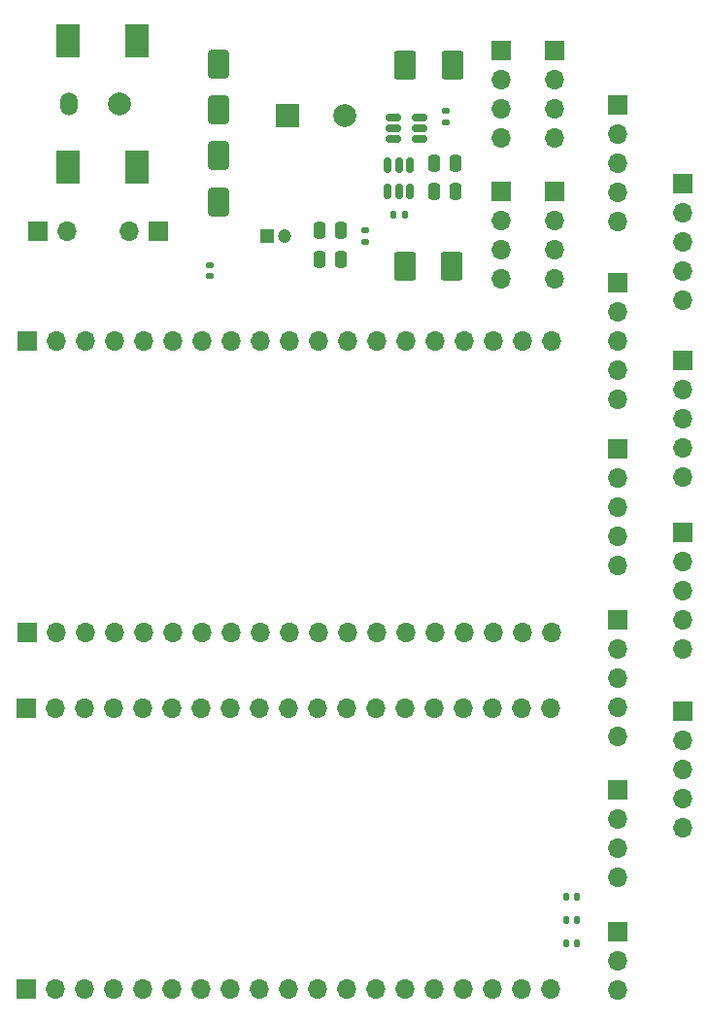
<source format=gbr>
%TF.GenerationSoftware,KiCad,Pcbnew,8.0.8*%
%TF.CreationDate,2025-02-17T20:57:00-08:00*%
%TF.ProjectId,pcbfrfr,70636266-7266-4722-9e6b-696361645f70,rev?*%
%TF.SameCoordinates,Original*%
%TF.FileFunction,Soldermask,Top*%
%TF.FilePolarity,Negative*%
%FSLAX46Y46*%
G04 Gerber Fmt 4.6, Leading zero omitted, Abs format (unit mm)*
G04 Created by KiCad (PCBNEW 8.0.8) date 2025-02-17 20:57:00*
%MOMM*%
%LPD*%
G01*
G04 APERTURE LIST*
G04 Aperture macros list*
%AMRoundRect*
0 Rectangle with rounded corners*
0 $1 Rounding radius*
0 $2 $3 $4 $5 $6 $7 $8 $9 X,Y pos of 4 corners*
0 Add a 4 corners polygon primitive as box body*
4,1,4,$2,$3,$4,$5,$6,$7,$8,$9,$2,$3,0*
0 Add four circle primitives for the rounded corners*
1,1,$1+$1,$2,$3*
1,1,$1+$1,$4,$5*
1,1,$1+$1,$6,$7*
1,1,$1+$1,$8,$9*
0 Add four rect primitives between the rounded corners*
20,1,$1+$1,$2,$3,$4,$5,0*
20,1,$1+$1,$4,$5,$6,$7,0*
20,1,$1+$1,$6,$7,$8,$9,0*
20,1,$1+$1,$8,$9,$2,$3,0*%
G04 Aperture macros list end*
%ADD10RoundRect,0.250000X-0.650000X1.000000X-0.650000X-1.000000X0.650000X-1.000000X0.650000X1.000000X0*%
%ADD11O,1.700000X1.700000*%
%ADD12R,1.700000X1.700000*%
%ADD13O,1.500000X2.000000*%
%ADD14C,2.000000*%
%ADD15R,2.000000X3.000000*%
%ADD16RoundRect,0.150000X-0.512500X-0.150000X0.512500X-0.150000X0.512500X0.150000X-0.512500X0.150000X0*%
%ADD17RoundRect,0.150000X-0.150000X0.512500X-0.150000X-0.512500X0.150000X-0.512500X0.150000X0.512500X0*%
%ADD18RoundRect,0.250000X-0.700000X-1.000000X0.700000X-1.000000X0.700000X1.000000X-0.700000X1.000000X0*%
%ADD19RoundRect,0.250000X0.700000X1.000000X-0.700000X1.000000X-0.700000X-1.000000X0.700000X-1.000000X0*%
%ADD20RoundRect,0.140000X-0.140000X-0.170000X0.140000X-0.170000X0.140000X0.170000X-0.140000X0.170000X0*%
%ADD21RoundRect,0.250000X-0.250000X-0.475000X0.250000X-0.475000X0.250000X0.475000X-0.250000X0.475000X0*%
%ADD22RoundRect,0.140000X0.170000X-0.140000X0.170000X0.140000X-0.170000X0.140000X-0.170000X-0.140000X0*%
%ADD23RoundRect,0.140000X-0.170000X0.140000X-0.170000X-0.140000X0.170000X-0.140000X0.170000X0.140000X0*%
%ADD24R,2.000000X2.000000*%
%ADD25C,1.200000*%
%ADD26R,1.200000X1.200000*%
G04 APERTURE END LIST*
D10*
%TO.C,D3*%
X142500000Y-46500000D03*
X142500000Y-50500000D03*
%TD*%
%TO.C,D1*%
X142500000Y-38500000D03*
X142500000Y-42500000D03*
%TD*%
D11*
%TO.C,J21*%
X134760000Y-53100000D03*
D12*
X137300000Y-53100000D03*
%TD*%
D11*
%TO.C,J2*%
X129300000Y-53100000D03*
D12*
X126760000Y-53100000D03*
%TD*%
D13*
%TO.C,J1*%
X129500000Y-42000000D03*
D14*
X133900000Y-42000000D03*
D15*
X129400000Y-36500000D03*
X135400000Y-36500000D03*
X135400000Y-47500000D03*
X129400000Y-47500000D03*
%TD*%
D16*
%TO.C,U2*%
X160075000Y-43150000D03*
X160075000Y-44100000D03*
X160075000Y-45050000D03*
X157800000Y-45050000D03*
X157800000Y-44100000D03*
X157800000Y-43150000D03*
%TD*%
D17*
%TO.C,U1*%
X159200000Y-49600000D03*
X158250000Y-49600000D03*
X157300000Y-49600000D03*
X157300000Y-47325000D03*
X158250000Y-47325000D03*
X159200000Y-47325000D03*
%TD*%
D18*
%TO.C,L3*%
X162850000Y-56100000D03*
X158750000Y-56100000D03*
%TD*%
D19*
%TO.C,L1*%
X158800000Y-38600000D03*
X162900000Y-38600000D03*
%TD*%
D12*
%TO.C,J20*%
X183000000Y-94880000D03*
D11*
X183000000Y-97420000D03*
X183000000Y-99960000D03*
X183000000Y-102500000D03*
X183000000Y-105040000D03*
%TD*%
D12*
%TO.C,J19*%
X183000000Y-79340000D03*
D11*
X183000000Y-81880000D03*
X183000000Y-84420000D03*
X183000000Y-86960000D03*
X183000000Y-89500000D03*
%TD*%
D12*
%TO.C,J18*%
X183000000Y-64340000D03*
D11*
X183000000Y-66880000D03*
X183000000Y-69420000D03*
X183000000Y-71960000D03*
X183000000Y-74500000D03*
%TD*%
D12*
%TO.C,J17*%
X183000000Y-48880000D03*
D11*
X183000000Y-51420000D03*
X183000000Y-53960000D03*
X183000000Y-56500000D03*
X183000000Y-59040000D03*
%TD*%
D12*
%TO.C,J16*%
X177300000Y-42060000D03*
D11*
X177300000Y-44600000D03*
X177300000Y-47140000D03*
X177300000Y-49680000D03*
X177300000Y-52220000D03*
%TD*%
D12*
%TO.C,J15*%
X171800000Y-49600000D03*
D11*
X171800000Y-52140000D03*
X171800000Y-54680000D03*
X171800000Y-57220000D03*
%TD*%
D12*
%TO.C,J14*%
X167150000Y-49600000D03*
D11*
X167150000Y-52140000D03*
X167150000Y-54680000D03*
X167150000Y-57220000D03*
%TD*%
D12*
%TO.C,J13*%
X171800000Y-37300000D03*
D11*
X171800000Y-39840000D03*
X171800000Y-42380000D03*
X171800000Y-44920000D03*
%TD*%
D12*
%TO.C,J12*%
X167150000Y-37300000D03*
D11*
X167150000Y-39840000D03*
X167150000Y-42380000D03*
X167150000Y-44920000D03*
%TD*%
D12*
%TO.C,J11*%
X177300000Y-72060000D03*
D11*
X177300000Y-74600000D03*
X177300000Y-77140000D03*
X177300000Y-79680000D03*
X177300000Y-82220000D03*
%TD*%
D12*
%TO.C,J10*%
X177300000Y-57525000D03*
D11*
X177300000Y-60065000D03*
X177300000Y-62605000D03*
X177300000Y-65145000D03*
X177300000Y-67685000D03*
%TD*%
D12*
%TO.C,J9*%
X177300000Y-114100000D03*
D11*
X177300000Y-116640000D03*
X177300000Y-119180000D03*
%TD*%
%TO.C,J7*%
X171540000Y-62600000D03*
X169000000Y-62600000D03*
X166460000Y-62600000D03*
X163920000Y-62600000D03*
X161380000Y-62600000D03*
X158840000Y-62600000D03*
X156300000Y-62600000D03*
X153760000Y-62600000D03*
X151220000Y-62600000D03*
X148680000Y-62600000D03*
X146140000Y-62600000D03*
X143600000Y-62600000D03*
X141060000Y-62600000D03*
X138520000Y-62600000D03*
X135980000Y-62600000D03*
X133440000Y-62600000D03*
X130900000Y-62600000D03*
X128360000Y-62600000D03*
D12*
X125820000Y-62600000D03*
%TD*%
%TO.C,J6*%
X177300000Y-86940000D03*
D11*
X177300000Y-89480000D03*
X177300000Y-92020000D03*
X177300000Y-94560000D03*
X177300000Y-97100000D03*
%TD*%
%TO.C,J5*%
X171520000Y-94600000D03*
X168980000Y-94600000D03*
X166440000Y-94600000D03*
X163900000Y-94600000D03*
X161360000Y-94600000D03*
X158820000Y-94600000D03*
X156280000Y-94600000D03*
X153740000Y-94600000D03*
X151200000Y-94600000D03*
X148660000Y-94600000D03*
X146120000Y-94600000D03*
X143580000Y-94600000D03*
X141040000Y-94600000D03*
X138500000Y-94600000D03*
X135960000Y-94600000D03*
X133420000Y-94600000D03*
X130880000Y-94600000D03*
X128340000Y-94600000D03*
D12*
X125800000Y-94600000D03*
%TD*%
D11*
%TO.C,J4*%
X171520000Y-119100000D03*
X168980000Y-119100000D03*
X166440000Y-119100000D03*
X163900000Y-119100000D03*
X161360000Y-119100000D03*
X158820000Y-119100000D03*
X156280000Y-119100000D03*
X153740000Y-119100000D03*
X151200000Y-119100000D03*
X148660000Y-119100000D03*
X146120000Y-119100000D03*
X143580000Y-119100000D03*
X141040000Y-119100000D03*
X138500000Y-119100000D03*
X135960000Y-119100000D03*
X133420000Y-119100000D03*
X130880000Y-119100000D03*
X128340000Y-119100000D03*
D12*
X125800000Y-119100000D03*
%TD*%
D11*
%TO.C,J3*%
X171540000Y-88000000D03*
X169000000Y-88000000D03*
X166460000Y-88000000D03*
X163920000Y-88000000D03*
X161380000Y-88000000D03*
X158840000Y-88000000D03*
X156300000Y-88000000D03*
X153760000Y-88000000D03*
X151220000Y-88000000D03*
X148680000Y-88000000D03*
X146140000Y-88000000D03*
X143600000Y-88000000D03*
X141060000Y-88000000D03*
X138520000Y-88000000D03*
X135980000Y-88000000D03*
X133440000Y-88000000D03*
X130900000Y-88000000D03*
X128360000Y-88000000D03*
D12*
X125820000Y-88000000D03*
%TD*%
D20*
%TO.C,C13*%
X172840000Y-115100000D03*
X173800000Y-115100000D03*
%TD*%
%TO.C,C12*%
X172840000Y-113100000D03*
X173800000Y-113100000D03*
%TD*%
%TO.C,C11*%
X172840000Y-111100000D03*
X173800000Y-111100000D03*
%TD*%
D21*
%TO.C,C10*%
X163200000Y-49600000D03*
X161300000Y-49600000D03*
%TD*%
%TO.C,C9*%
X163200000Y-47100000D03*
X161300000Y-47100000D03*
%TD*%
D20*
%TO.C,C8*%
X158760000Y-51600000D03*
X157800000Y-51600000D03*
%TD*%
D22*
%TO.C,C7*%
X155300000Y-53000000D03*
X155300000Y-53960000D03*
%TD*%
D23*
%TO.C,C6*%
X141800000Y-56960000D03*
X141800000Y-56000000D03*
%TD*%
D14*
%TO.C,C5*%
X153500000Y-43000000D03*
D24*
X148500000Y-43000000D03*
%TD*%
D21*
%TO.C,C4*%
X153200000Y-55500000D03*
X151300000Y-55500000D03*
%TD*%
%TO.C,C3*%
X153200000Y-53000000D03*
X151300000Y-53000000D03*
%TD*%
D22*
%TO.C,C2*%
X162300000Y-42600000D03*
X162300000Y-43560000D03*
%TD*%
D25*
%TO.C,C1*%
X148300000Y-53500000D03*
D26*
X146800000Y-53500000D03*
%TD*%
D12*
%TO.C,J8*%
X177300000Y-101740000D03*
D11*
X177300000Y-104280000D03*
X177300000Y-106820000D03*
X177300000Y-109360000D03*
%TD*%
M02*

</source>
